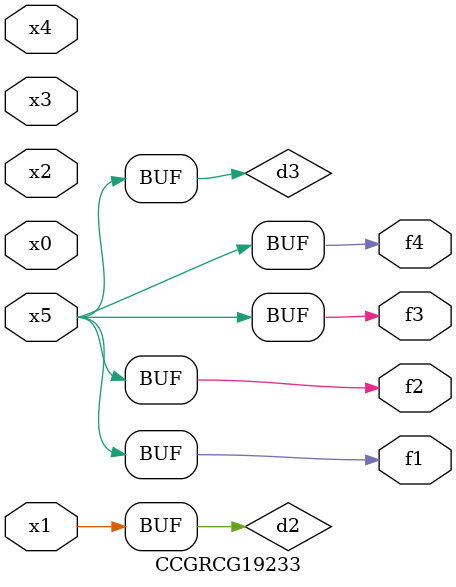
<source format=v>
module CCGRCG19233(
	input x0, x1, x2, x3, x4, x5,
	output f1, f2, f3, f4
);

	wire d1, d2, d3;

	not (d1, x5);
	or (d2, x1);
	xnor (d3, d1);
	assign f1 = d3;
	assign f2 = d3;
	assign f3 = d3;
	assign f4 = d3;
endmodule

</source>
